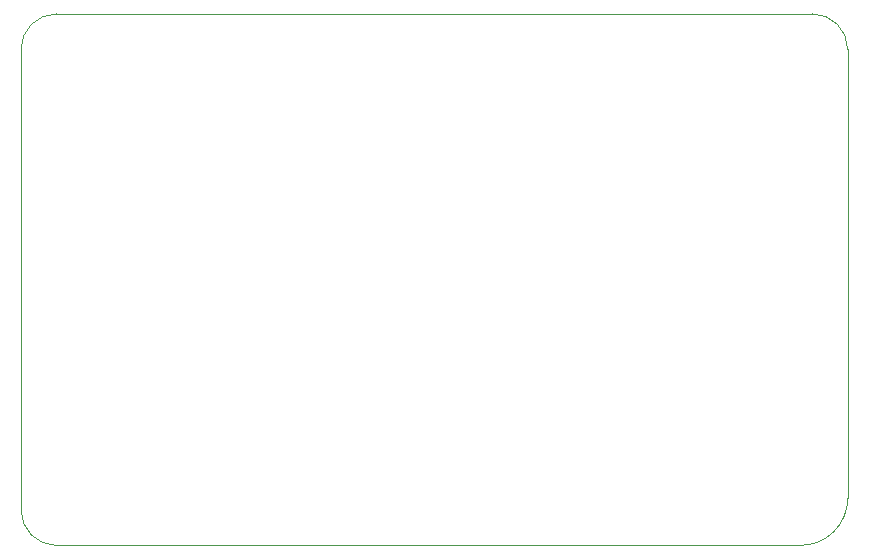
<source format=gbr>
%TF.GenerationSoftware,KiCad,Pcbnew,(5.1.12)-1*%
%TF.CreationDate,2021-12-17T12:12:49+01:00*%
%TF.ProjectId,ESP32-BOARD-V2.0,45535033-322d-4424-9f41-52442d56322e,rev?*%
%TF.SameCoordinates,Original*%
%TF.FileFunction,Profile,NP*%
%FSLAX46Y46*%
G04 Gerber Fmt 4.6, Leading zero omitted, Abs format (unit mm)*
G04 Created by KiCad (PCBNEW (5.1.12)-1) date 2021-12-17 12:12:49*
%MOMM*%
%LPD*%
G01*
G04 APERTURE LIST*
%TA.AperFunction,Profile*%
%ADD10C,0.050000*%
%TD*%
G04 APERTURE END LIST*
D10*
X157000000Y-63000000D02*
G75*
G02*
X160000000Y-66000000I0J-3000000D01*
G01*
X160000000Y-104000000D02*
G75*
G02*
X156000000Y-108000000I-4000000J0D01*
G01*
X93000000Y-108000000D02*
G75*
G02*
X90000000Y-105000000I0J3000000D01*
G01*
X90000000Y-66000000D02*
G75*
G02*
X93000000Y-63000000I3000000J0D01*
G01*
X90000000Y-105000000D02*
X90000000Y-66000000D01*
X156000000Y-108000000D02*
X93000000Y-108000000D01*
X160000000Y-66000000D02*
X160000000Y-104000000D01*
X93000000Y-63000000D02*
X157000000Y-63000000D01*
M02*

</source>
